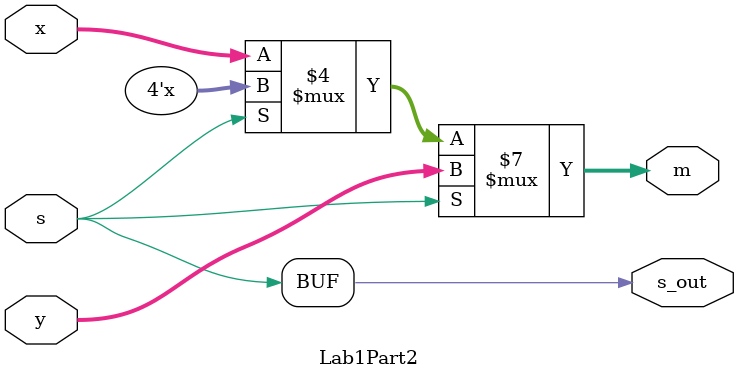
<source format=v>
module Lab1Part2(x,y,s,m,s_out);
input [3:0]x; 
input [3:0]y; 
input s; 
output s_out;
output reg [3:0] m;
assign s_out = s;

always @(*)
begin
	if(s == 1)
		 m <= y;
	else if(s == 0)
		 m <= x;
end
//assign m = (~s & x) | (s & y);

endmodule
</source>
